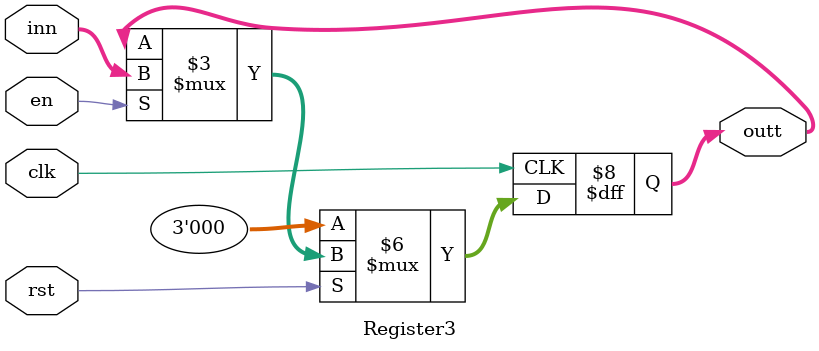
<source format=v>
`timescale 1ns / 1ps


module Register3(
input clk, rst,
    input [2:0] inn,
    input en,
    output reg [2:0] outt
    );
    always @(posedge clk)
        if (~rst)
            outt <= 3'b0;
        else if (en)
            outt <= inn;
endmodule

</source>
